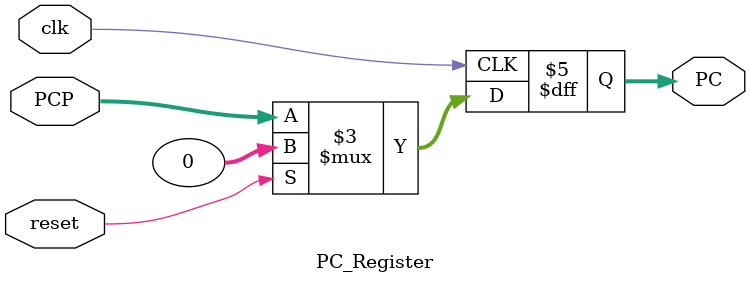
<source format=sv>
module PC_Register(input logic clk,reset,
						 input logic [31:0] PCP,
						 output logic [31:0] PC);

	always_ff @(posedge clk)
		begin
			if(reset)
				PC <= 0;
			else
				PC <= PCP;
		end
		
endmodule

</source>
